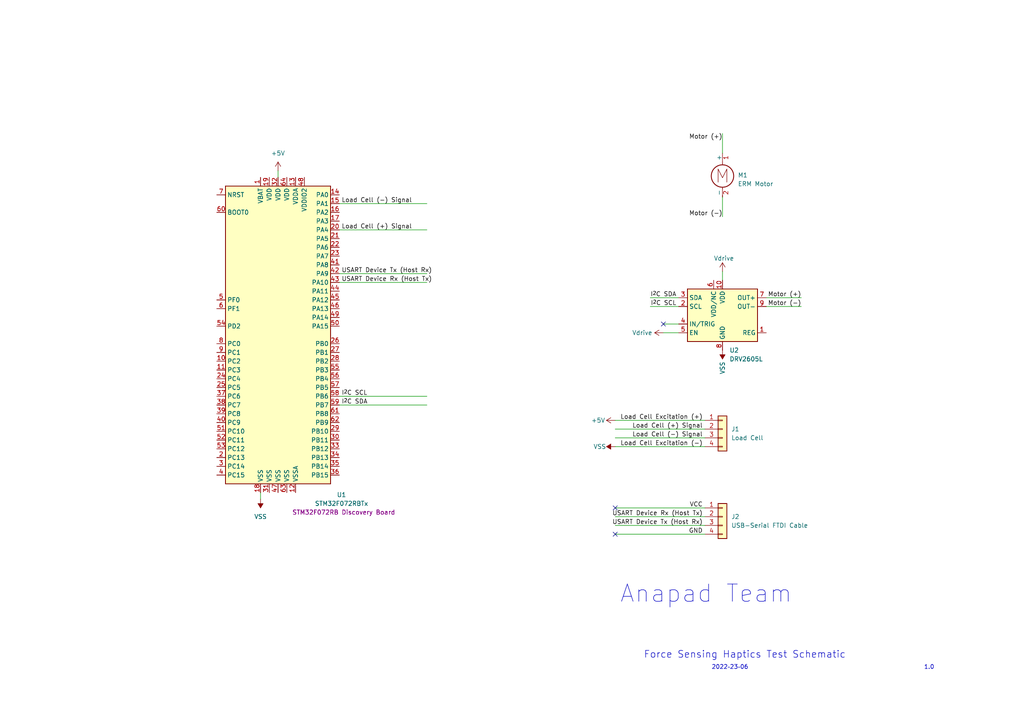
<source format=kicad_sch>
(kicad_sch (version 20211123) (generator eeschema)
  (paper "A4")
  (lib_symbols
    (symbol "Connector_Generic:Conn_01x04" (pin_names (offset 1.016) hide)
      (property "Reference" "J" (at 0 5.08 0))
      (property "Value" "Conn_01x04" (at 0 -7.62 0))
      (symbol "Conn_01x04_1_1"
        (rectangle (start -1.27 -4.953) (end 0 -5.207) (stroke (width 0.1524)))
        (rectangle (start -1.27 -2.413) (end 0 -2.667) (stroke (width 0.1524)))
        (rectangle (start -1.27 0.127) (end 0 -0.127) (stroke (width 0.1524)))
        (rectangle (start -1.27 2.667) (end 0 2.413) (stroke (width 0.1524)))
        (rectangle (start -1.27 3.81) (end 1.27 -6.35) (stroke (width 0.254)) (fill (type background)))
        (pin passive line (at -5.08 2.54 0) (length 3.81) (name "Pin_1") (number "1"))
        (pin passive line (at -5.08 0 0) (length 3.81) (name "Pin_2") (number "2"))
        (pin passive line (at -5.08 -2.54 0) (length 3.81) (name "Pin_3") (number "3"))
        (pin passive line (at -5.08 -5.08 0) (length 3.81) (name "Pin_4") (number "4"))
      )
    )
    (symbol "Driver_Haptic:DRV2605LDGS"
      (property "Reference" "U" (at -10.16 8.255 0))
      (property "Value" "DRV2605LDGS" (at 2.54 -8.89 0))
      (symbol "DRV2605LDGS_0_1"
        (rectangle (start -10.16 7.62) (end 10.16 -7.62) (stroke (width 0.254)) (fill (type background)))
      )
      (symbol "DRV2605LDGS_1_1"
        (pin passive line (at 12.7 -5.08 180) (length 2.54) (name "REG") (number "1"))
        (pin power_in line (at 0 10.16 270) (length 2.54) (name "VDD") (number "10"))
        (pin input line (at -12.7 2.54 0) (length 2.54) (name "SCL") (number "2"))
        (pin bidirectional line (at -12.7 5.08 0) (length 2.54) (name "SDA") (number "3"))
        (pin input line (at -12.7 -2.54 0) (length 2.54) (name "IN/TRIG") (number "4"))
        (pin input line (at -12.7 -5.08 0) (length 2.54) (name "EN") (number "5"))
        (pin power_in line (at -2.54 10.16 270) (length 2.54) (name "VDD/NC") (number "6"))
        (pin output line (at 12.7 5.08 180) (length 2.54) (name "OUT+") (number "7"))
        (pin power_in line (at 0 -10.16 90) (length 2.54) (name "GND") (number "8"))
        (pin output line (at 12.7 2.54 180) (length 2.54) (name "OUT-") (number "9"))
      )
    )
    (symbol "MCU_ST_STM32F0:STM32F072RBTx"
      (property "Reference" "U" (at -15.24 44.45 0))
      (property "Value" "STM32F072RBTx" (at 10.16 44.45 0))
      (symbol "STM32F072RBTx_0_1"
        (rectangle (start -15.24 -43.18) (end 15.24 43.18) (stroke (width 0.254)) (fill (type background)))
      )
      (symbol "STM32F072RBTx_1_1"
        (pin power_in line (at -5.08 45.72 270) (length 2.54) (name "VBAT") (number "1"))
        (pin bidirectional line (at -17.78 -7.62 0) (length 2.54) (name "PC2") (number "10"))
        (pin bidirectional line (at -17.78 -10.16 0) (length 2.54) (name "PC3") (number "11"))
        (pin power_in line (at 5.08 -45.72 90) (length 2.54) (name "VSSA") (number "12"))
        (pin power_in line (at 5.08 45.72 270) (length 2.54) (name "VDDA") (number "13"))
        (pin bidirectional line (at 17.78 40.64 180) (length 2.54) (name "PA0") (number "14"))
        (pin bidirectional line (at 17.78 38.1 180) (length 2.54) (name "PA1") (number "15"))
        (pin bidirectional line (at 17.78 35.56 180) (length 2.54) (name "PA2") (number "16"))
        (pin bidirectional line (at 17.78 33.02 180) (length 2.54) (name "PA3") (number "17"))
        (pin power_in line (at -5.08 -45.72 90) (length 2.54) (name "VSS") (number "18"))
        (pin power_in line (at -2.54 45.72 270) (length 2.54) (name "VDD") (number "19"))
        (pin bidirectional line (at -17.78 -35.56 0) (length 2.54) (name "PC13") (number "2"))
        (pin bidirectional line (at 17.78 30.48 180) (length 2.54) (name "PA4") (number "20"))
        (pin bidirectional line (at 17.78 27.94 180) (length 2.54) (name "PA5") (number "21"))
        (pin bidirectional line (at 17.78 25.4 180) (length 2.54) (name "PA6") (number "22"))
        (pin bidirectional line (at 17.78 22.86 180) (length 2.54) (name "PA7") (number "23"))
        (pin bidirectional line (at -17.78 -12.7 0) (length 2.54) (name "PC4") (number "24"))
        (pin bidirectional line (at -17.78 -15.24 0) (length 2.54) (name "PC5") (number "25"))
        (pin bidirectional line (at 17.78 -2.54 180) (length 2.54) (name "PB0") (number "26"))
        (pin bidirectional line (at 17.78 -5.08 180) (length 2.54) (name "PB1") (number "27"))
        (pin bidirectional line (at 17.78 -7.62 180) (length 2.54) (name "PB2") (number "28"))
        (pin bidirectional line (at 17.78 -27.94 180) (length 2.54) (name "PB10") (number "29"))
        (pin bidirectional line (at -17.78 -38.1 0) (length 2.54) (name "PC14") (number "3"))
        (pin bidirectional line (at 17.78 -30.48 180) (length 2.54) (name "PB11") (number "30"))
        (pin power_in line (at -2.54 -45.72 90) (length 2.54) (name "VSS") (number "31"))
        (pin power_in line (at 0 45.72 270) (length 2.54) (name "VDD") (number "32"))
        (pin bidirectional line (at 17.78 -33.02 180) (length 2.54) (name "PB12") (number "33"))
        (pin bidirectional line (at 17.78 -35.56 180) (length 2.54) (name "PB13") (number "34"))
        (pin bidirectional line (at 17.78 -38.1 180) (length 2.54) (name "PB14") (number "35"))
        (pin bidirectional line (at 17.78 -40.64 180) (length 2.54) (name "PB15") (number "36"))
        (pin bidirectional line (at -17.78 -17.78 0) (length 2.54) (name "PC6") (number "37"))
        (pin bidirectional line (at -17.78 -20.32 0) (length 2.54) (name "PC7") (number "38"))
        (pin bidirectional line (at -17.78 -22.86 0) (length 2.54) (name "PC8") (number "39"))
        (pin bidirectional line (at -17.78 -40.64 0) (length 2.54) (name "PC15") (number "4"))
        (pin bidirectional line (at -17.78 -25.4 0) (length 2.54) (name "PC9") (number "40"))
        (pin bidirectional line (at 17.78 20.32 180) (length 2.54) (name "PA8") (number "41"))
        (pin bidirectional line (at 17.78 17.78 180) (length 2.54) (name "PA9") (number "42"))
        (pin bidirectional line (at 17.78 15.24 180) (length 2.54) (name "PA10") (number "43"))
        (pin bidirectional line (at 17.78 12.7 180) (length 2.54) (name "PA11") (number "44"))
        (pin bidirectional line (at 17.78 10.16 180) (length 2.54) (name "PA12") (number "45"))
        (pin bidirectional line (at 17.78 7.62 180) (length 2.54) (name "PA13") (number "46"))
        (pin power_in line (at 0 -45.72 90) (length 2.54) (name "VSS") (number "47"))
        (pin power_in line (at 7.62 45.72 270) (length 2.54) (name "VDDIO2") (number "48"))
        (pin bidirectional line (at 17.78 5.08 180) (length 2.54) (name "PA14") (number "49"))
        (pin input line (at -17.78 10.16 0) (length 2.54) (name "PF0") (number "5"))
        (pin bidirectional line (at 17.78 2.54 180) (length 2.54) (name "PA15") (number "50"))
        (pin bidirectional line (at -17.78 -27.94 0) (length 2.54) (name "PC10") (number "51"))
        (pin bidirectional line (at -17.78 -30.48 0) (length 2.54) (name "PC11") (number "52"))
        (pin bidirectional line (at -17.78 -33.02 0) (length 2.54) (name "PC12") (number "53"))
        (pin bidirectional line (at -17.78 2.54 0) (length 2.54) (name "PD2") (number "54"))
        (pin bidirectional line (at 17.78 -10.16 180) (length 2.54) (name "PB3") (number "55"))
        (pin bidirectional line (at 17.78 -12.7 180) (length 2.54) (name "PB4") (number "56"))
        (pin bidirectional line (at 17.78 -15.24 180) (length 2.54) (name "PB5") (number "57"))
        (pin bidirectional line (at 17.78 -17.78 180) (length 2.54) (name "PB6") (number "58"))
        (pin bidirectional line (at 17.78 -20.32 180) (length 2.54) (name "PB7") (number "59"))
        (pin input line (at -17.78 7.62 0) (length 2.54) (name "PF1") (number "6"))
        (pin input line (at -17.78 35.56 0) (length 2.54) (name "BOOT0") (number "60"))
        (pin bidirectional line (at 17.78 -22.86 180) (length 2.54) (name "PB8") (number "61"))
        (pin bidirectional line (at 17.78 -25.4 180) (length 2.54) (name "PB9") (number "62"))
        (pin power_in line (at 2.54 -45.72 90) (length 2.54) (name "VSS") (number "63"))
        (pin power_in line (at 2.54 45.72 270) (length 2.54) (name "VDD") (number "64"))
        (pin input line (at -17.78 40.64 0) (length 2.54) (name "NRST") (number "7"))
        (pin bidirectional line (at -17.78 -2.54 0) (length 2.54) (name "PC0") (number "8"))
        (pin bidirectional line (at -17.78 -5.08 0) (length 2.54) (name "PC1") (number "9"))
      )
    )
    (symbol "Motor:Motor_DC" (pin_names (offset 0))
      (property "Reference" "M" (at 2.54 2.54 0))
      (property "Value" "Motor_DC" (at 2.54 -5.08 0))
      (symbol "Motor_DC_0_0"
        (polyline (pts (xy -1.27 -3.302) (xy -1.27 0.508) (xy 0 -2.032) (xy 1.27 0.508) (xy 1.27 -3.302)))
      )
      (symbol "Motor_DC_0_1"
        (circle (center 0 -1.524) (radius 3.2512) (stroke (width 0.254)))
        (polyline (pts (xy 0 -7.62) (xy 0 -7.112)))
        (polyline (pts (xy 0 -4.7752) (xy 0 -5.1816)))
        (polyline (pts (xy 0 1.7272) (xy 0 2.0828)))
        (polyline (pts (xy 0 2.032) (xy 0 2.54)))
      )
      (symbol "Motor_DC_1_1"
        (pin passive line (at 0 5.08 270) (length 2.54) (name "+") (number "1"))
        (pin passive line (at 0 -7.62 90) (length 2.54) (name "-") (number "2"))
      )
    )
    (symbol "power:+5V" (power) (pin_names (offset 0))
      (property "Value" "+5V" (at 0 3.556 0))
      (symbol "+5V_0_1"
        (polyline (pts (xy -0.762 1.27) (xy 0 2.54)))
        (polyline (pts (xy 0 0) (xy 0 2.54)))
        (polyline (pts (xy 0 2.54) (xy 0.762 1.27)))
      )
      (symbol "+5V_1_1"
        (pin power_in line (at 0 0 90) (length 0) hide (name "+5V") (number "1"))
      )
    )
    (symbol "power:VSS" (power) (pin_names (offset 0))
      (property "Value" "VSS" (at 0 3.81 0))
      (symbol "VSS_0_1"
        (polyline (pts (xy 0 0) (xy 0 2.54)))
        (polyline (pts (xy 0.762 1.27) (xy -0.762 1.27) (xy 0 2.54) (xy 0.762 1.27)) (fill (type outline)))
      )
      (symbol "VSS_1_1"
        (pin power_in line (at 0 0 90) (length 0) hide (name "VSS") (number "1"))
      )
    )
    (symbol "power:Vdrive" (power) (pin_names (offset 0))
      (property "Value" "Vdrive" (at 0 3.81 0))
      (symbol "Vdrive_0_1"
        (polyline (pts (xy -0.762 1.27) (xy 0 2.54)))
        (polyline (pts (xy 0 0) (xy 0 2.54)))
        (polyline (pts (xy 0 2.54) (xy 0.762 1.27)))
      )
      (symbol "Vdrive_1_1"
        (pin power_in line (at 0 0 90) (length 0) hide (name "Vdrive") (number "1"))
      )
    )
  )
  (no_connect (at 178.435 147.32))
  (no_connect (at 192.405 93.98))
  (no_connect (at 178.435 154.94))
  (wire (pts (xy 98.425 66.675) (xy 123.825 66.675)))
  (wire (pts (xy 178.435 154.94) (xy 204.47 154.94)))
  (wire (pts (xy 178.435 149.86) (xy 204.47 149.86)))
  (wire (pts (xy 209.55 78.74) (xy 209.55 81.28)))
  (wire (pts (xy 192.405 96.52) (xy 196.85 96.52)))
  (wire (pts (xy 188.595 86.36) (xy 196.85 86.36)))
  (wire (pts (xy 98.425 81.915) (xy 123.825 81.915)))
  (wire (pts (xy 222.25 88.9) (xy 232.41 88.9)))
  (wire (pts (xy 178.435 152.4) (xy 204.47 152.4)))
  (wire (pts (xy 222.25 86.36) (xy 232.41 86.36)))
  (wire (pts (xy 178.435 121.92) (xy 204.47 121.92)))
  (wire (pts (xy 188.595 88.9) (xy 196.85 88.9)))
  (wire (pts (xy 98.425 79.375) (xy 123.825 79.375)))
  (wire (pts (xy 178.435 129.54) (xy 204.47 129.54)))
  (wire (pts (xy 209.55 57.15) (xy 209.55 62.865)))
  (wire (pts (xy 209.55 38.735) (xy 209.55 44.45)))
  (wire (pts (xy 178.435 124.46) (xy 204.47 124.46)))
  (wire (pts (xy 192.405 93.98) (xy 196.85 93.98)))
  (wire (pts (xy 75.565 144.78) (xy 75.565 142.875)))
  (wire (pts (xy 80.645 49.53) (xy 80.645 51.435)))
  (wire (pts (xy 98.425 59.055) (xy 123.825 59.055)))
  (wire (pts (xy 178.435 127) (xy 204.47 127)))
  (wire (pts (xy 178.435 147.32) (xy 204.47 147.32)))
  (wire (pts (xy 98.425 114.935) (xy 123.825 114.935)))
  (wire (pts (xy 98.425 117.475) (xy 123.825 117.475)))
  (text "2022–23–06" (at 206.375 194.31 0) (effects (font (size 1.2 1.2)) (justify left bottom)))
  (text "Anapad Team" (at 179.705 175.26 0) (effects (font (size 5 5)) (justify left bottom)))
  (text "1.0\n" (at 267.97 194.31 0) (effects (font (size 1.2 1.2)) (justify left bottom)))
  (text "Force Sensing Haptics Test Schematic" (at 186.69 191.135 0) (effects (font (size 2 2)) (justify left bottom)))
  (label "USART Device Tx (Host Rx)" (at 99.06 79.375 0))
  (label "I^{2}C SCL" (at 99.06 114.935 0))
  (label "USART Device Rx (Host Tx)" (at 203.835 149.86 180))
  (label "Motor (-)" (at 209.55 62.865 180))
  (label "I^{2}C SDA" (at 99.06 117.475 0))
  (label "USART Device Rx (Host Tx)" (at 99.06 81.915 0))
  (label "Load Cell Excitation (-)" (at 203.835 129.54 180))
  (label "Load Cell (-) Signal" (at 99.06 59.055 0))
  (label "Load Cell (-) Signal" (at 203.835 127 180))
  (label "Motor (-)" (at 232.41 88.9 180))
  (label "VCC" (at 203.835 147.32 180))
  (label "Motor (+)" (at 209.55 40.64 180))
  (label "Motor (+)" (at 232.41 86.36 180))
  (label "USART Device Tx (Host Rx)" (at 203.835 152.4 180))
  (label "GND" (at 203.835 154.94 180))
  (label "I^{2}C SCL" (at 196.215 88.9 180))
  (label "Load Cell Excitation (+)" (at 203.835 121.92 180))
  (label "Load Cell (+) Signal" (at 203.835 124.46 180))
  (label "I^{2}C SDA" (at 196.215 86.36 180))
  (label "Load Cell (+) Signal" (at 99.06 66.675 0))
  (symbol (lib_id "Connector_Generic:Conn_01x04") (at 209.55 124.46 0) (unit 1)
    (property "Reference" "J1" (at 212.09 124.4599 0) (effects (justify left)))
    (property "Value" "Load Cell" (at 212.09 126.9999 0) (effects (justify left)))
  )
  (symbol (lib_id "Motor:Motor_DC") (at 209.55 49.53 0) (unit 1)
    (property "Reference" "M1" (at 213.995 50.7999 0) (effects (justify left)))
    (property "Value" "ERM Motor" (at 213.995 53.3399 0) (effects (justify left)))
  )
  (symbol (lib_id "power:Vdrive") (at 192.405 96.52 90) (unit 1)
    (property "Reference" "#PWR?" (effects hide))
    (property "Value" "Vdrive" (at 189.23 96.52 90) (effects (justify left)))
  )
  (symbol (lib_id "power:VSS") (at 178.435 129.54 90) (unit 1)
    (property "Reference" "#PWR?" (effects hide))
    (property "Value" "VSS" (at 172.085 129.54 90) (effects (justify right)))
  )
  (symbol (lib_id "power:Vdrive") (at 209.55 78.74 0) (unit 1)
    (property "Reference" "#PWR?" (effects hide))
    (property "Value" "Vdrive" (at 207.01 74.93 0) (effects (justify left)))
  )
  (symbol (lib_id "Driver_Haptic:DRV2605LDGS") (at 209.55 91.44 0) (unit 1)
    (property "Reference" "U2" (at 211.5694 101.6 0) (effects (justify left)))
    (property "Value" "DRV2605L" (at 211.5694 104.14 0) (effects (justify left)))
    (property "Footprint" "Package_SO:VSSOP-10_3x3mm_P0.5mm" (effects hide))
    (property "Datasheet" "http://www.ti.com/lit/ds/symlink/drv2605l.pdf" (effects hide))
  )
  (symbol (lib_id "power:VSS") (at 209.55 101.6 180) (unit 1)
    (property "Reference" "#PWR?" (effects hide))
    (property "Value" "VSS" (at 209.55 108.585 90) (effects (justify right)))
  )
  (symbol (lib_id "Connector_Generic:Conn_01x04") (at 209.55 149.86 0) (unit 1)
    (property "Reference" "J2" (at 212.09 149.8599 0) (effects (justify left)))
    (property "Value" "USB-Serial FTDI Cable" (at 212.09 152.3999 0) (effects (justify left)))
  )
  (symbol (lib_id "power:+5V") (at 178.435 121.92 90) (unit 1)
    (property "Reference" "#PWR?" (effects hide))
    (property "Value" "+5V" (at 171.45 121.92 90) (effects (justify right)))
  )
  (symbol (lib_id "MCU_ST_STM32F0:STM32F072RBTx") (at 80.645 97.155 0) (unit 1)
    (property "Reference" "U1" (at 99.06 143.51 0))
    (property "Value" "STM32F072RBTx" (at 99.06 146.05 0))
    (property "Footprint" "Package_QFP:LQFP-64_10x10mm_P0.5mm" (effects hide))
    (property "Datasheet" "http://www.st.com/st-web-ui/static/active/en/resource/technical/document/datasheet/DM00090510.pdf" (effects hide))
    (property "Board" "STM32F072RB Discovery Board" (at 99.695 148.59 0))
  )
  (symbol (lib_id "power:VSS") (at 75.565 144.78 180) (unit 1)
    (property "Reference" "#PWR?" (effects hide))
    (property "Value" "VSS" (at 75.565 149.86 0))
  )
  (symbol (lib_id "power:+5V") (at 80.645 49.53 0) (unit 1)
    (property "Reference" "#PWR?" (effects hide))
    (property "Value" "+5V" (at 80.645 44.45 0))
  )
)
</source>
